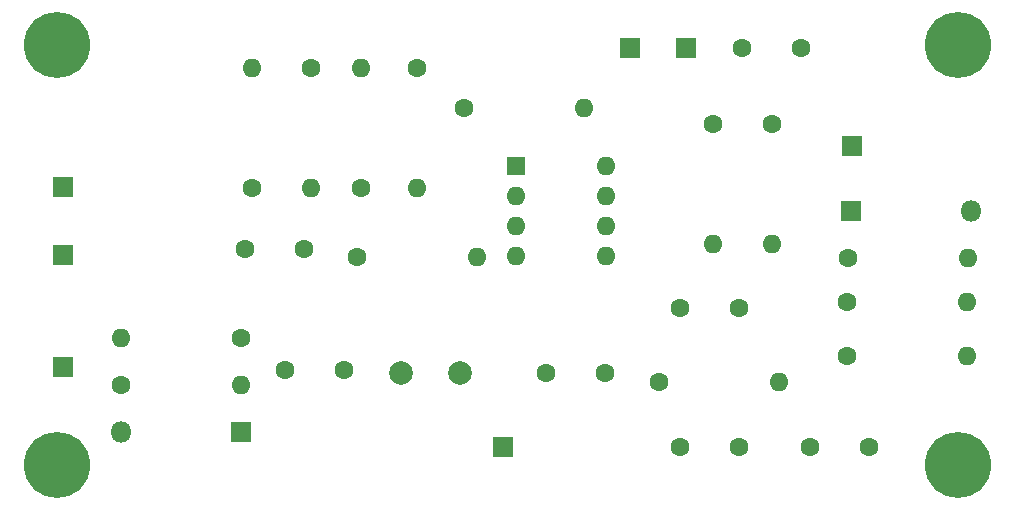
<source format=gbr>
%TF.GenerationSoftware,KiCad,Pcbnew,8.0.6*%
%TF.CreationDate,2025-02-10T12:59:46-08:00*%
%TF.ProjectId,LPF-v2,4c50462d-7632-42e6-9b69-6361645f7063,rev?*%
%TF.SameCoordinates,Original*%
%TF.FileFunction,Soldermask,Top*%
%TF.FilePolarity,Negative*%
%FSLAX46Y46*%
G04 Gerber Fmt 4.6, Leading zero omitted, Abs format (unit mm)*
G04 Created by KiCad (PCBNEW 8.0.6) date 2025-02-10 12:59:46*
%MOMM*%
%LPD*%
G01*
G04 APERTURE LIST*
%ADD10C,1.600000*%
%ADD11C,2.000000*%
%ADD12R,1.700000X1.700000*%
%ADD13R,1.800000X1.800000*%
%ADD14O,1.800000X1.800000*%
%ADD15O,1.600000X1.600000*%
%ADD16C,3.600000*%
%ADD17C,5.600000*%
%ADD18R,1.600000X1.600000*%
G04 APERTURE END LIST*
D10*
%TO.C,C8*%
X139250000Y-116500000D03*
X144250000Y-116500000D03*
%TD*%
D11*
%TO.C,C3*%
X109630000Y-110250000D03*
X104630000Y-110250000D03*
%TD*%
D12*
%TO.C,J7*%
X142750000Y-91000000D03*
%TD*%
D13*
%TO.C,D2*%
X142670000Y-96500000D03*
D14*
X152830000Y-96500000D03*
%TD*%
D10*
%TO.C,R14*%
X142420000Y-100500000D03*
D15*
X152580000Y-100500000D03*
%TD*%
D10*
%TO.C,R5*%
X101250000Y-94580000D03*
D15*
X101250000Y-84420000D03*
%TD*%
D10*
%TO.C,R7*%
X91080000Y-107250000D03*
D15*
X80920000Y-107250000D03*
%TD*%
D10*
%TO.C,R13*%
X142340000Y-104250000D03*
D15*
X152500000Y-104250000D03*
%TD*%
D10*
%TO.C,R12*%
X142340000Y-108750000D03*
D15*
X152500000Y-108750000D03*
%TD*%
D10*
%TO.C,R8*%
X80920000Y-111250000D03*
D15*
X91080000Y-111250000D03*
%TD*%
D12*
%TO.C,J3*%
X124000000Y-82750000D03*
%TD*%
D10*
%TO.C,C1*%
X91380000Y-99750000D03*
X96380000Y-99750000D03*
%TD*%
D16*
%TO.C,H1*%
X75500000Y-82500000D03*
D17*
X75500000Y-82500000D03*
%TD*%
D10*
%TO.C,C6*%
X128250000Y-116500000D03*
X133250000Y-116500000D03*
%TD*%
%TO.C,R1*%
X92000000Y-94580000D03*
D15*
X92000000Y-84420000D03*
%TD*%
D10*
%TO.C,R6*%
X106000000Y-84420000D03*
D15*
X106000000Y-94580000D03*
%TD*%
D16*
%TO.C,H3*%
X75500000Y-118000000D03*
D17*
X75500000Y-118000000D03*
%TD*%
D16*
%TO.C,H2*%
X151750000Y-82500000D03*
D17*
X151750000Y-82500000D03*
%TD*%
D10*
%TO.C,R10*%
X131000000Y-89170000D03*
D15*
X131000000Y-99330000D03*
%TD*%
D10*
%TO.C,R3*%
X100920000Y-100420000D03*
D15*
X111080000Y-100420000D03*
%TD*%
D12*
%TO.C,J1*%
X76000000Y-94500000D03*
%TD*%
D18*
%TO.C,U1*%
X114380000Y-92670000D03*
D15*
X114380000Y-95210000D03*
X114380000Y-97750000D03*
X114380000Y-100290000D03*
X122000000Y-100290000D03*
X122000000Y-97750000D03*
X122000000Y-95210000D03*
X122000000Y-92670000D03*
%TD*%
D12*
%TO.C,J6*%
X128750000Y-82750000D03*
%TD*%
D10*
%TO.C,R4*%
X109920000Y-87750000D03*
D15*
X120080000Y-87750000D03*
%TD*%
D10*
%TO.C,R9*%
X136000000Y-89170000D03*
D15*
X136000000Y-99330000D03*
%TD*%
D12*
%TO.C,J2*%
X76000000Y-100250000D03*
%TD*%
D10*
%TO.C,C4*%
X94750000Y-110000000D03*
X99750000Y-110000000D03*
%TD*%
%TO.C,C2*%
X121880000Y-110250000D03*
X116880000Y-110250000D03*
%TD*%
%TO.C,C7*%
X128250000Y-104750000D03*
X133250000Y-104750000D03*
%TD*%
D12*
%TO.C,J5*%
X76000000Y-109750000D03*
%TD*%
D10*
%TO.C,R11*%
X126420000Y-111000000D03*
D15*
X136580000Y-111000000D03*
%TD*%
D16*
%TO.C,H4*%
X151750000Y-118000000D03*
D17*
X151750000Y-118000000D03*
%TD*%
D10*
%TO.C,C5*%
X133500000Y-82750000D03*
X138500000Y-82750000D03*
%TD*%
D13*
%TO.C,D1*%
X91080000Y-115250000D03*
D14*
X80920000Y-115250000D03*
%TD*%
D10*
%TO.C,R2*%
X97000000Y-84420000D03*
D15*
X97000000Y-94580000D03*
%TD*%
D12*
%TO.C,J4*%
X113250000Y-116500000D03*
%TD*%
M02*

</source>
